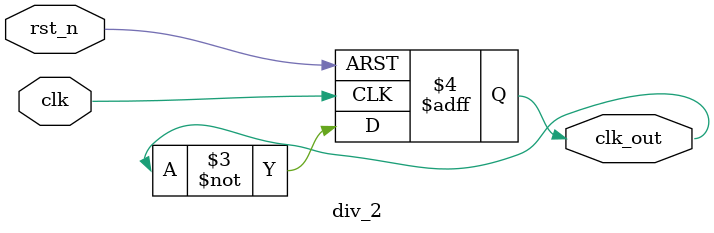
<source format=v>
`timescale 1ns / 1ps

module div_2(
    input					clk			,
    input					rst_n		,
    output  reg             clk_out     
);

always @(posedge clk or negedge rst_n) begin
    if (!rst_n) begin
        clk_out <= 1'b0;
    end else begin
        clk_out <= ~clk_out;
    end
end

endmodule

</source>
